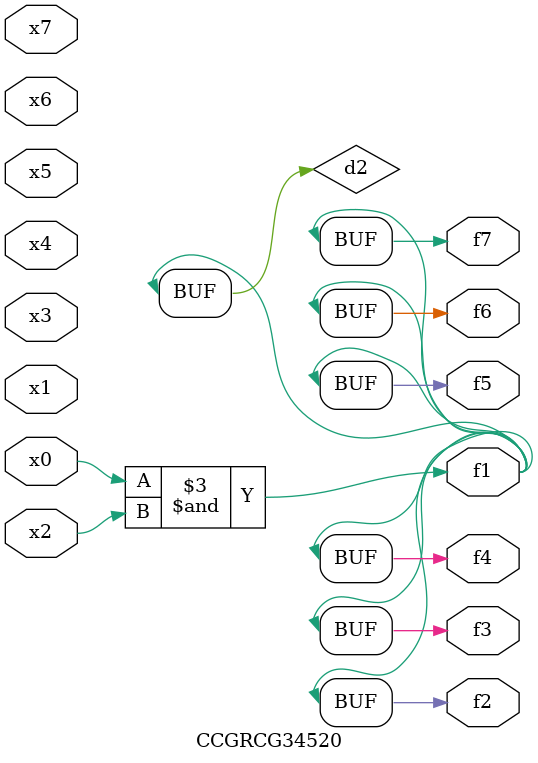
<source format=v>
module CCGRCG34520(
	input x0, x1, x2, x3, x4, x5, x6, x7,
	output f1, f2, f3, f4, f5, f6, f7
);

	wire d1, d2;

	nor (d1, x3, x6);
	and (d2, x0, x2);
	assign f1 = d2;
	assign f2 = d2;
	assign f3 = d2;
	assign f4 = d2;
	assign f5 = d2;
	assign f6 = d2;
	assign f7 = d2;
endmodule

</source>
